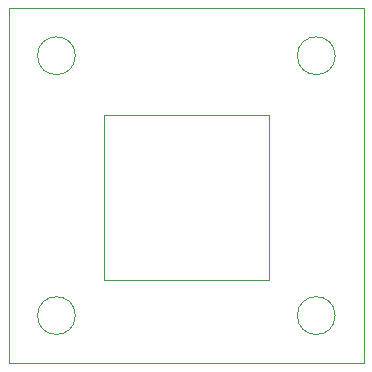
<source format=gbr>
G04 #@! TF.GenerationSoftware,KiCad,Pcbnew,8.0.3*
G04 #@! TF.CreationDate,2024-06-06T15:57:19+09:00*
G04 #@! TF.ProjectId,switch_plate_cell,73776974-6368-45f7-906c-6174655f6365,rev?*
G04 #@! TF.SameCoordinates,Original*
G04 #@! TF.FileFunction,Profile,NP*
%FSLAX46Y46*%
G04 Gerber Fmt 4.6, Leading zero omitted, Abs format (unit mm)*
G04 Created by KiCad (PCBNEW 8.0.3) date 2024-06-06 15:57:19*
%MOMM*%
%LPD*%
G01*
G04 APERTURE LIST*
G04 #@! TA.AperFunction,Profile*
%ADD10C,0.050000*%
G04 #@! TD*
G04 APERTURE END LIST*
D10*
X157600000Y-89000000D02*
G75*
G02*
X154400000Y-89000000I-1600000J0D01*
G01*
X154400000Y-89000000D02*
G75*
G02*
X157600000Y-89000000I1600000J0D01*
G01*
X135600000Y-111000000D02*
G75*
G02*
X132400000Y-111000000I-1600000J0D01*
G01*
X132400000Y-111000000D02*
G75*
G02*
X135600000Y-111000000I1600000J0D01*
G01*
X135600000Y-89000000D02*
G75*
G02*
X132400000Y-89000000I-1600000J0D01*
G01*
X132400000Y-89000000D02*
G75*
G02*
X135600000Y-89000000I1600000J0D01*
G01*
X157600000Y-111000000D02*
G75*
G02*
X154400000Y-111000000I-1600000J0D01*
G01*
X154400000Y-111000000D02*
G75*
G02*
X157600000Y-111000000I1600000J0D01*
G01*
X130000000Y-85000000D02*
X160000000Y-85000000D01*
X160000000Y-115000000D01*
X130000000Y-115000000D01*
X130000000Y-85000000D01*
G04 #@! TO.C,REF\u002A\u002A*
X138000000Y-94000000D02*
X152000000Y-94000000D01*
X152000000Y-108000000D01*
X138000000Y-108000000D01*
X138000000Y-94000000D01*
G04 #@! TD*
M02*

</source>
